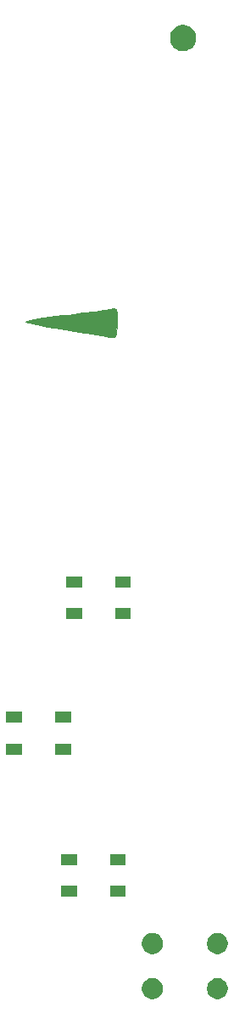
<source format=gbr>
G04 #@! TF.GenerationSoftware,KiCad,Pcbnew,(5.0.1)-4*
G04 #@! TF.CreationDate,2019-03-02T12:17:37+01:00*
G04 #@! TF.ProjectId,Simple_Christamas_Ornament,53696D706C655F436872697374616D61,rev?*
G04 #@! TF.SameCoordinates,Original*
G04 #@! TF.FileFunction,Soldermask,Bot*
G04 #@! TF.FilePolarity,Negative*
%FSLAX46Y46*%
G04 Gerber Fmt 4.6, Leading zero omitted, Abs format (unit mm)*
G04 Created by KiCad (PCBNEW (5.0.1)-4) date 02/03/2019 12:17:37*
%MOMM*%
%LPD*%
G01*
G04 APERTURE LIST*
%ADD10C,0.010000*%
%ADD11C,0.100000*%
G04 APERTURE END LIST*
D10*
G04 #@! TO.C,G\002A\002A\002A*
G36*
X132335337Y-71920552D02*
X131812478Y-72004285D01*
X130875129Y-72134623D01*
X129639920Y-72296076D01*
X128223480Y-72473154D01*
X127656217Y-72542011D01*
X126296579Y-72718175D01*
X125166707Y-72888699D01*
X124352807Y-73038611D01*
X123941091Y-73152938D01*
X123913059Y-73192137D01*
X124236837Y-73295256D01*
X124988484Y-73458190D01*
X126067084Y-73661214D01*
X127371718Y-73884604D01*
X127856916Y-73962973D01*
X129252410Y-74187631D01*
X130492768Y-74392340D01*
X131465009Y-74558090D01*
X132056146Y-74665867D01*
X132142862Y-74684187D01*
X132668770Y-74705097D01*
X132878126Y-74617594D01*
X132989879Y-74257831D01*
X133059319Y-73556843D01*
X133070600Y-73099417D01*
X133055272Y-72315964D01*
X132958193Y-71944349D01*
X132702728Y-71861697D01*
X132335337Y-71920552D01*
X132335337Y-71920552D01*
G37*
X132335337Y-71920552D02*
X131812478Y-72004285D01*
X130875129Y-72134623D01*
X129639920Y-72296076D01*
X128223480Y-72473154D01*
X127656217Y-72542011D01*
X126296579Y-72718175D01*
X125166707Y-72888699D01*
X124352807Y-73038611D01*
X123941091Y-73152938D01*
X123913059Y-73192137D01*
X124236837Y-73295256D01*
X124988484Y-73458190D01*
X126067084Y-73661214D01*
X127371718Y-73884604D01*
X127856916Y-73962973D01*
X129252410Y-74187631D01*
X130492768Y-74392340D01*
X131465009Y-74558090D01*
X132056146Y-74665867D01*
X132142862Y-74684187D01*
X132668770Y-74705097D01*
X132878126Y-74617594D01*
X132989879Y-74257831D01*
X133059319Y-73556843D01*
X133070600Y-73099417D01*
X133055272Y-72315964D01*
X132958193Y-71944349D01*
X132702728Y-71861697D01*
X132335337Y-71920552D01*
D11*
G36*
X143384765Y-138668189D02*
X143576034Y-138747415D01*
X143748176Y-138862437D01*
X143894563Y-139008824D01*
X144009585Y-139180966D01*
X144088811Y-139372235D01*
X144129200Y-139575284D01*
X144129200Y-139782316D01*
X144088811Y-139985365D01*
X144009585Y-140176634D01*
X143894563Y-140348776D01*
X143748176Y-140495163D01*
X143576034Y-140610185D01*
X143384765Y-140689411D01*
X143181716Y-140729800D01*
X142974684Y-140729800D01*
X142771635Y-140689411D01*
X142580366Y-140610185D01*
X142408224Y-140495163D01*
X142261837Y-140348776D01*
X142146815Y-140176634D01*
X142067589Y-139985365D01*
X142027200Y-139782316D01*
X142027200Y-139575284D01*
X142067589Y-139372235D01*
X142146815Y-139180966D01*
X142261837Y-139008824D01*
X142408224Y-138862437D01*
X142580366Y-138747415D01*
X142771635Y-138668189D01*
X142974684Y-138627800D01*
X143181716Y-138627800D01*
X143384765Y-138668189D01*
X143384765Y-138668189D01*
G37*
G36*
X136884765Y-138668189D02*
X137076034Y-138747415D01*
X137248176Y-138862437D01*
X137394563Y-139008824D01*
X137509585Y-139180966D01*
X137588811Y-139372235D01*
X137629200Y-139575284D01*
X137629200Y-139782316D01*
X137588811Y-139985365D01*
X137509585Y-140176634D01*
X137394563Y-140348776D01*
X137248176Y-140495163D01*
X137076034Y-140610185D01*
X136884765Y-140689411D01*
X136681716Y-140729800D01*
X136474684Y-140729800D01*
X136271635Y-140689411D01*
X136080366Y-140610185D01*
X135908224Y-140495163D01*
X135761837Y-140348776D01*
X135646815Y-140176634D01*
X135567589Y-139985365D01*
X135527200Y-139782316D01*
X135527200Y-139575284D01*
X135567589Y-139372235D01*
X135646815Y-139180966D01*
X135761837Y-139008824D01*
X135908224Y-138862437D01*
X136080366Y-138747415D01*
X136271635Y-138668189D01*
X136474684Y-138627800D01*
X136681716Y-138627800D01*
X136884765Y-138668189D01*
X136884765Y-138668189D01*
G37*
G36*
X136884765Y-134168189D02*
X137076034Y-134247415D01*
X137248176Y-134362437D01*
X137394563Y-134508824D01*
X137509585Y-134680966D01*
X137588811Y-134872235D01*
X137629200Y-135075284D01*
X137629200Y-135282316D01*
X137588811Y-135485365D01*
X137509585Y-135676634D01*
X137394563Y-135848776D01*
X137248176Y-135995163D01*
X137076034Y-136110185D01*
X136884765Y-136189411D01*
X136681716Y-136229800D01*
X136474684Y-136229800D01*
X136271635Y-136189411D01*
X136080366Y-136110185D01*
X135908224Y-135995163D01*
X135761837Y-135848776D01*
X135646815Y-135676634D01*
X135567589Y-135485365D01*
X135527200Y-135282316D01*
X135527200Y-135075284D01*
X135567589Y-134872235D01*
X135646815Y-134680966D01*
X135761837Y-134508824D01*
X135908224Y-134362437D01*
X136080366Y-134247415D01*
X136271635Y-134168189D01*
X136474684Y-134127800D01*
X136681716Y-134127800D01*
X136884765Y-134168189D01*
X136884765Y-134168189D01*
G37*
G36*
X143384765Y-134168189D02*
X143576034Y-134247415D01*
X143748176Y-134362437D01*
X143894563Y-134508824D01*
X144009585Y-134680966D01*
X144088811Y-134872235D01*
X144129200Y-135075284D01*
X144129200Y-135282316D01*
X144088811Y-135485365D01*
X144009585Y-135676634D01*
X143894563Y-135848776D01*
X143748176Y-135995163D01*
X143576034Y-136110185D01*
X143384765Y-136189411D01*
X143181716Y-136229800D01*
X142974684Y-136229800D01*
X142771635Y-136189411D01*
X142580366Y-136110185D01*
X142408224Y-135995163D01*
X142261837Y-135848776D01*
X142146815Y-135676634D01*
X142067589Y-135485365D01*
X142027200Y-135282316D01*
X142027200Y-135075284D01*
X142067589Y-134872235D01*
X142146815Y-134680966D01*
X142261837Y-134508824D01*
X142408224Y-134362437D01*
X142580366Y-134247415D01*
X142771635Y-134168189D01*
X142974684Y-134127800D01*
X143181716Y-134127800D01*
X143384765Y-134168189D01*
X143384765Y-134168189D01*
G37*
G36*
X133934000Y-130548000D02*
X132332000Y-130548000D01*
X132332000Y-129446000D01*
X133934000Y-129446000D01*
X133934000Y-130548000D01*
X133934000Y-130548000D01*
G37*
G36*
X129034000Y-130548000D02*
X127432000Y-130548000D01*
X127432000Y-129446000D01*
X129034000Y-129446000D01*
X129034000Y-130548000D01*
X129034000Y-130548000D01*
G37*
G36*
X129034000Y-127348000D02*
X127432000Y-127348000D01*
X127432000Y-126246000D01*
X129034000Y-126246000D01*
X129034000Y-127348000D01*
X129034000Y-127348000D01*
G37*
G36*
X133934000Y-127348000D02*
X132332000Y-127348000D01*
X132332000Y-126246000D01*
X133934000Y-126246000D01*
X133934000Y-127348000D01*
X133934000Y-127348000D01*
G37*
G36*
X123573000Y-116387500D02*
X121971000Y-116387500D01*
X121971000Y-115285500D01*
X123573000Y-115285500D01*
X123573000Y-116387500D01*
X123573000Y-116387500D01*
G37*
G36*
X128473000Y-116387500D02*
X126871000Y-116387500D01*
X126871000Y-115285500D01*
X128473000Y-115285500D01*
X128473000Y-116387500D01*
X128473000Y-116387500D01*
G37*
G36*
X128473000Y-113187500D02*
X126871000Y-113187500D01*
X126871000Y-112085500D01*
X128473000Y-112085500D01*
X128473000Y-113187500D01*
X128473000Y-113187500D01*
G37*
G36*
X123573000Y-113187500D02*
X121971000Y-113187500D01*
X121971000Y-112085500D01*
X123573000Y-112085500D01*
X123573000Y-113187500D01*
X123573000Y-113187500D01*
G37*
G36*
X134442000Y-102862000D02*
X132840000Y-102862000D01*
X132840000Y-101760000D01*
X134442000Y-101760000D01*
X134442000Y-102862000D01*
X134442000Y-102862000D01*
G37*
G36*
X129542000Y-102862000D02*
X127940000Y-102862000D01*
X127940000Y-101760000D01*
X129542000Y-101760000D01*
X129542000Y-102862000D01*
X129542000Y-102862000D01*
G37*
G36*
X134442000Y-99662000D02*
X132840000Y-99662000D01*
X132840000Y-98560000D01*
X134442000Y-98560000D01*
X134442000Y-99662000D01*
X134442000Y-99662000D01*
G37*
G36*
X129542000Y-99662000D02*
X127940000Y-99662000D01*
X127940000Y-98560000D01*
X129542000Y-98560000D01*
X129542000Y-99662000D01*
X129542000Y-99662000D01*
G37*
G36*
X140029485Y-43643496D02*
X140029487Y-43643497D01*
X140029488Y-43643497D01*
X140266255Y-43741569D01*
X140479342Y-43883949D01*
X140660551Y-44065158D01*
X140802931Y-44278245D01*
X140901004Y-44515015D01*
X140951000Y-44766361D01*
X140951000Y-45022639D01*
X140901004Y-45273985D01*
X140802931Y-45510755D01*
X140660551Y-45723842D01*
X140479342Y-45905051D01*
X140479339Y-45905053D01*
X140266255Y-46047431D01*
X140029488Y-46145503D01*
X140029487Y-46145503D01*
X140029485Y-46145504D01*
X139778139Y-46195500D01*
X139521861Y-46195500D01*
X139270515Y-46145504D01*
X139270513Y-46145503D01*
X139270512Y-46145503D01*
X139033745Y-46047431D01*
X138820661Y-45905053D01*
X138820658Y-45905051D01*
X138639449Y-45723842D01*
X138497069Y-45510755D01*
X138398996Y-45273985D01*
X138349000Y-45022639D01*
X138349000Y-44766361D01*
X138398996Y-44515015D01*
X138497069Y-44278245D01*
X138639449Y-44065158D01*
X138820658Y-43883949D01*
X139033745Y-43741569D01*
X139270512Y-43643497D01*
X139270513Y-43643497D01*
X139270515Y-43643496D01*
X139521861Y-43593500D01*
X139778139Y-43593500D01*
X140029485Y-43643496D01*
X140029485Y-43643496D01*
G37*
M02*

</source>
